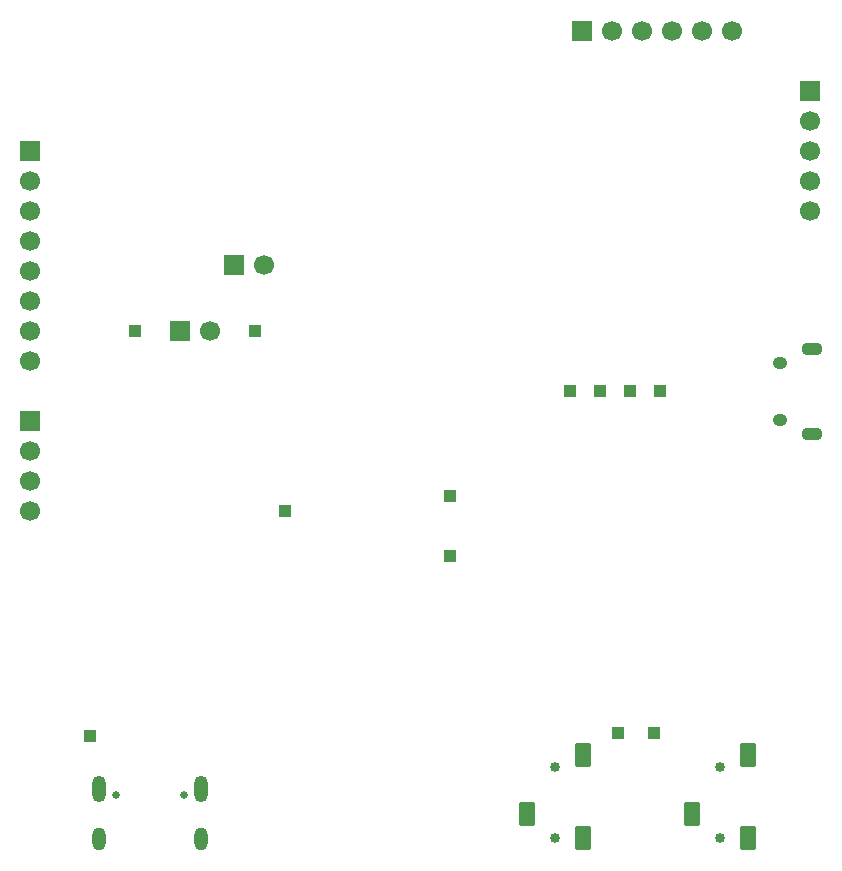
<source format=gbr>
%TF.GenerationSoftware,KiCad,Pcbnew,9.0.1*%
%TF.CreationDate,2025-05-21T12:09:37+01:00*%
%TF.ProjectId,FSC-BT631D-Breakout,4653432d-4254-4363-9331-442d42726561,rev?*%
%TF.SameCoordinates,Original*%
%TF.FileFunction,Soldermask,Bot*%
%TF.FilePolarity,Negative*%
%FSLAX46Y46*%
G04 Gerber Fmt 4.6, Leading zero omitted, Abs format (unit mm)*
G04 Created by KiCad (PCBNEW 9.0.1) date 2025-05-21 12:09:37*
%MOMM*%
%LPD*%
G01*
G04 APERTURE LIST*
G04 Aperture macros list*
%AMRoundRect*
0 Rectangle with rounded corners*
0 $1 Rounding radius*
0 $2 $3 $4 $5 $6 $7 $8 $9 X,Y pos of 4 corners*
0 Add a 4 corners polygon primitive as box body*
4,1,4,$2,$3,$4,$5,$6,$7,$8,$9,$2,$3,0*
0 Add four circle primitives for the rounded corners*
1,1,$1+$1,$2,$3*
1,1,$1+$1,$4,$5*
1,1,$1+$1,$6,$7*
1,1,$1+$1,$8,$9*
0 Add four rect primitives between the rounded corners*
20,1,$1+$1,$2,$3,$4,$5,0*
20,1,$1+$1,$4,$5,$6,$7,0*
20,1,$1+$1,$6,$7,$8,$9,0*
20,1,$1+$1,$8,$9,$2,$3,0*%
G04 Aperture macros list end*
%ADD10R,1.000000X1.000000*%
%ADD11C,0.850000*%
%ADD12RoundRect,0.210000X0.490000X-0.790000X0.490000X0.790000X-0.490000X0.790000X-0.490000X-0.790000X0*%
%ADD13C,0.650000*%
%ADD14O,1.154000X2.254000*%
%ADD15O,1.154000X1.954000*%
%ADD16O,1.800000X1.100000*%
%ADD17O,1.250000X1.050000*%
%ADD18R,1.700000X1.700000*%
%ADD19C,1.700000*%
G04 APERTURE END LIST*
D10*
%TO.C,TP7*%
X147320000Y-86360000D03*
%TD*%
%TO.C,TP13*%
X129540000Y-95250000D03*
%TD*%
%TO.C,TP14*%
X129540000Y-100330000D03*
%TD*%
%TO.C,TP9*%
X142240000Y-86360000D03*
%TD*%
D11*
%TO.C,J4*%
X152400000Y-124180000D03*
X152400000Y-118180000D03*
D12*
X154800000Y-124180000D03*
X150000000Y-122180000D03*
X154800000Y-117180000D03*
%TD*%
D10*
%TO.C,TP12*%
X143764000Y-115316000D03*
%TD*%
D13*
%TO.C,J1*%
X101230000Y-120585000D03*
X107010000Y-120585000D03*
D14*
X99795000Y-120065000D03*
D15*
X99795000Y-124265000D03*
D14*
X108445000Y-120065000D03*
D15*
X108445000Y-124265000D03*
%TD*%
D16*
%TO.C,J5*%
X160155000Y-89985000D03*
D17*
X157430000Y-88835000D03*
X157430000Y-83985000D03*
D16*
X160155000Y-82835000D03*
%TD*%
D10*
%TO.C,TP8*%
X144780000Y-86360000D03*
%TD*%
D18*
%TO.C,J6*%
X160045000Y-60990000D03*
D19*
X160045000Y-63530000D03*
X160045000Y-66070000D03*
X160045000Y-68610000D03*
X160045000Y-71150000D03*
%TD*%
D10*
%TO.C,TP1*%
X99040000Y-115570000D03*
%TD*%
D18*
%TO.C,J10*%
X93980000Y-66040000D03*
D19*
X93980000Y-68580000D03*
X93980000Y-71120000D03*
X93980000Y-73660000D03*
X93980000Y-76200000D03*
X93980000Y-78740000D03*
X93980000Y-81280000D03*
X93980000Y-83820000D03*
%TD*%
D10*
%TO.C,TP6*%
X113010000Y-81280000D03*
%TD*%
%TO.C,TP4*%
X115550000Y-96520000D03*
%TD*%
D11*
%TO.C,J3*%
X138430000Y-124180000D03*
X138430000Y-118180000D03*
D12*
X140830000Y-124180000D03*
X136030000Y-122180000D03*
X140830000Y-117180000D03*
%TD*%
D18*
%TO.C,J7*%
X140716000Y-55880000D03*
D19*
X143256000Y-55880000D03*
X145796000Y-55880000D03*
X148336000Y-55880000D03*
X150876000Y-55880000D03*
X153416000Y-55880000D03*
%TD*%
D10*
%TO.C,TP5*%
X102850000Y-81280000D03*
%TD*%
D18*
%TO.C,J8*%
X93980000Y-88900000D03*
D19*
X93980000Y-91440000D03*
X93980000Y-93980000D03*
X93980000Y-96520000D03*
%TD*%
D18*
%TO.C,J2*%
X106680000Y-81280000D03*
D19*
X109220000Y-81280000D03*
%TD*%
D10*
%TO.C,TP10*%
X146814000Y-115316000D03*
%TD*%
D18*
%TO.C,J9*%
X111252000Y-75692000D03*
D19*
X113792000Y-75692000D03*
%TD*%
D10*
%TO.C,TP11*%
X139700000Y-86360000D03*
%TD*%
M02*

</source>
